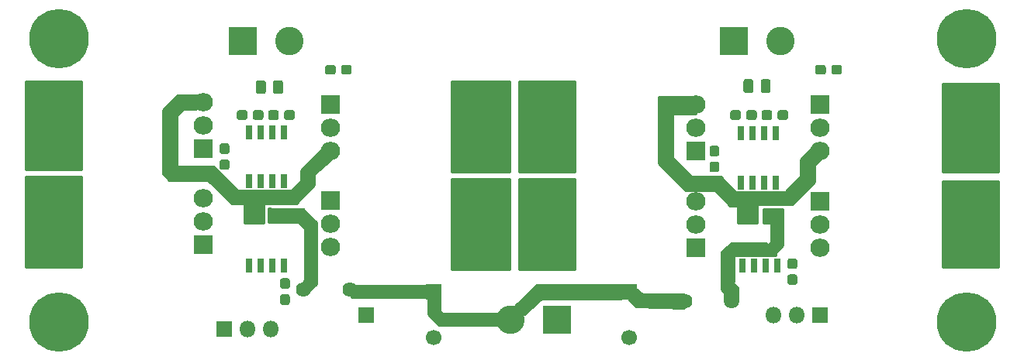
<source format=gbr>
%TF.GenerationSoftware,KiCad,Pcbnew,5.1.5+dfsg1-2build2*%
%TF.CreationDate,2021-10-16T12:52:01+01:00*%
%TF.ProjectId,motor_driver_v1,6d6f746f-725f-4647-9269-7665725f7631,rev?*%
%TF.SameCoordinates,Original*%
%TF.FileFunction,Soldermask,Top*%
%TF.FilePolarity,Negative*%
%FSLAX46Y46*%
G04 Gerber Fmt 4.6, Leading zero omitted, Abs format (unit mm)*
G04 Created by KiCad (PCBNEW 5.1.5+dfsg1-2build2) date 2021-10-16 12:52:01*
%MOMM*%
%LPD*%
G04 APERTURE LIST*
%ADD10O,2.100000X2.005000*%
%ADD11R,2.100000X2.005000*%
%ADD12O,3.600000X3.600000*%
%ADD13C,3.600000*%
%ADD14C,0.900000*%
%ADD15C,6.500000*%
%ADD16R,0.750000X1.628000*%
%ADD17R,1.800000X1.800000*%
%ADD18C,0.100000*%
%ADD19C,1.700000*%
%ADD20R,1.700000X1.700000*%
%ADD21C,3.100000*%
%ADD22R,3.100000X3.100000*%
%ADD23O,1.800000X1.800000*%
%ADD24R,0.750000X1.600000*%
%ADD25C,1.624000*%
%ADD26C,0.254000*%
G04 APERTURE END LIST*
D10*
%TO.C,Q5*%
X64211200Y-47726600D03*
X64211200Y-50266600D03*
D11*
X64211200Y-52806600D03*
D12*
X47551200Y-50266600D03*
%TD*%
D10*
%TO.C,Q4*%
X131572000Y-42519600D03*
X131572000Y-39979600D03*
D11*
X131572000Y-37439600D03*
D13*
X148232000Y-39979600D03*
%TD*%
D14*
%TO.C,H4*%
X50211056Y-59516944D03*
X48514000Y-58814000D03*
X46816944Y-59516944D03*
X46114000Y-61214000D03*
X46816944Y-62911056D03*
X48514000Y-63614000D03*
X50211056Y-62911056D03*
X50914000Y-61214000D03*
D15*
X48514000Y-61214000D03*
%TD*%
D14*
%TO.C,H3*%
X50211056Y-28528944D03*
X48514000Y-27826000D03*
X46816944Y-28528944D03*
X46114000Y-30226000D03*
X46816944Y-31923056D03*
X48514000Y-32626000D03*
X50211056Y-31923056D03*
X50914000Y-30226000D03*
D15*
X48514000Y-30226000D03*
%TD*%
D14*
%TO.C,H2*%
X149271056Y-59516944D03*
X147574000Y-58814000D03*
X145876944Y-59516944D03*
X145174000Y-61214000D03*
X145876944Y-62911056D03*
X147574000Y-63614000D03*
X149271056Y-62911056D03*
X149974000Y-61214000D03*
D15*
X147574000Y-61214000D03*
%TD*%
D14*
%TO.C,H1*%
X149271056Y-28528944D03*
X147574000Y-27826000D03*
X145876944Y-28528944D03*
X145174000Y-30226000D03*
X145876944Y-31923056D03*
X147574000Y-32626000D03*
X149271056Y-31923056D03*
X149974000Y-30226000D03*
D15*
X147574000Y-30226000D03*
%TD*%
D16*
%TO.C,IC4*%
X126873000Y-55035000D03*
X125603000Y-55035000D03*
X124333000Y-55035000D03*
X123063000Y-55035000D03*
X123063000Y-49613000D03*
X124333000Y-49613000D03*
X125603000Y-49613000D03*
X126873000Y-49613000D03*
%TD*%
D17*
%TO.C,J6*%
X82042000Y-60452000D03*
%TD*%
D18*
%TO.C,R4*%
G36*
X120303229Y-43721264D02*
G01*
X120328711Y-43725044D01*
X120353700Y-43731303D01*
X120377954Y-43739982D01*
X120401242Y-43750996D01*
X120423337Y-43764239D01*
X120444028Y-43779585D01*
X120463116Y-43796884D01*
X120480415Y-43815972D01*
X120495761Y-43836663D01*
X120509004Y-43858758D01*
X120520018Y-43882046D01*
X120528697Y-43906300D01*
X120534956Y-43931289D01*
X120538736Y-43956771D01*
X120540000Y-43982500D01*
X120540000Y-44607500D01*
X120538736Y-44633229D01*
X120534956Y-44658711D01*
X120528697Y-44683700D01*
X120520018Y-44707954D01*
X120509004Y-44731242D01*
X120495761Y-44753337D01*
X120480415Y-44774028D01*
X120463116Y-44793116D01*
X120444028Y-44810415D01*
X120423337Y-44825761D01*
X120401242Y-44839004D01*
X120377954Y-44850018D01*
X120353700Y-44858697D01*
X120328711Y-44864956D01*
X120303229Y-44868736D01*
X120277500Y-44870000D01*
X119752500Y-44870000D01*
X119726771Y-44868736D01*
X119701289Y-44864956D01*
X119676300Y-44858697D01*
X119652046Y-44850018D01*
X119628758Y-44839004D01*
X119606663Y-44825761D01*
X119585972Y-44810415D01*
X119566884Y-44793116D01*
X119549585Y-44774028D01*
X119534239Y-44753337D01*
X119520996Y-44731242D01*
X119509982Y-44707954D01*
X119501303Y-44683700D01*
X119495044Y-44658711D01*
X119491264Y-44633229D01*
X119490000Y-44607500D01*
X119490000Y-43982500D01*
X119491264Y-43956771D01*
X119495044Y-43931289D01*
X119501303Y-43906300D01*
X119509982Y-43882046D01*
X119520996Y-43858758D01*
X119534239Y-43836663D01*
X119549585Y-43815972D01*
X119566884Y-43796884D01*
X119585972Y-43779585D01*
X119606663Y-43764239D01*
X119628758Y-43750996D01*
X119652046Y-43739982D01*
X119676300Y-43731303D01*
X119701289Y-43725044D01*
X119726771Y-43721264D01*
X119752500Y-43720000D01*
X120277500Y-43720000D01*
X120303229Y-43721264D01*
G37*
G36*
X120303229Y-41971264D02*
G01*
X120328711Y-41975044D01*
X120353700Y-41981303D01*
X120377954Y-41989982D01*
X120401242Y-42000996D01*
X120423337Y-42014239D01*
X120444028Y-42029585D01*
X120463116Y-42046884D01*
X120480415Y-42065972D01*
X120495761Y-42086663D01*
X120509004Y-42108758D01*
X120520018Y-42132046D01*
X120528697Y-42156300D01*
X120534956Y-42181289D01*
X120538736Y-42206771D01*
X120540000Y-42232500D01*
X120540000Y-42857500D01*
X120538736Y-42883229D01*
X120534956Y-42908711D01*
X120528697Y-42933700D01*
X120520018Y-42957954D01*
X120509004Y-42981242D01*
X120495761Y-43003337D01*
X120480415Y-43024028D01*
X120463116Y-43043116D01*
X120444028Y-43060415D01*
X120423337Y-43075761D01*
X120401242Y-43089004D01*
X120377954Y-43100018D01*
X120353700Y-43108697D01*
X120328711Y-43114956D01*
X120303229Y-43118736D01*
X120277500Y-43120000D01*
X119752500Y-43120000D01*
X119726771Y-43118736D01*
X119701289Y-43114956D01*
X119676300Y-43108697D01*
X119652046Y-43100018D01*
X119628758Y-43089004D01*
X119606663Y-43075761D01*
X119585972Y-43060415D01*
X119566884Y-43043116D01*
X119549585Y-43024028D01*
X119534239Y-43003337D01*
X119520996Y-42981242D01*
X119509982Y-42957954D01*
X119501303Y-42933700D01*
X119495044Y-42908711D01*
X119491264Y-42883229D01*
X119490000Y-42857500D01*
X119490000Y-42232500D01*
X119491264Y-42206771D01*
X119495044Y-42181289D01*
X119501303Y-42156300D01*
X119509982Y-42132046D01*
X119520996Y-42108758D01*
X119534239Y-42086663D01*
X119549585Y-42065972D01*
X119566884Y-42046884D01*
X119585972Y-42029585D01*
X119606663Y-42014239D01*
X119628758Y-42000996D01*
X119652046Y-41989982D01*
X119676300Y-41981303D01*
X119701289Y-41975044D01*
X119726771Y-41971264D01*
X119752500Y-41970000D01*
X120277500Y-41970000D01*
X120303229Y-41971264D01*
G37*
%TD*%
%TO.C,R3*%
G36*
X80193229Y-33131264D02*
G01*
X80218711Y-33135044D01*
X80243700Y-33141303D01*
X80267954Y-33149982D01*
X80291242Y-33160996D01*
X80313337Y-33174239D01*
X80334028Y-33189585D01*
X80353116Y-33206884D01*
X80370415Y-33225972D01*
X80385761Y-33246663D01*
X80399004Y-33268758D01*
X80410018Y-33292046D01*
X80418697Y-33316300D01*
X80424956Y-33341289D01*
X80428736Y-33366771D01*
X80430000Y-33392500D01*
X80430000Y-33917500D01*
X80428736Y-33943229D01*
X80424956Y-33968711D01*
X80418697Y-33993700D01*
X80410018Y-34017954D01*
X80399004Y-34041242D01*
X80385761Y-34063337D01*
X80370415Y-34084028D01*
X80353116Y-34103116D01*
X80334028Y-34120415D01*
X80313337Y-34135761D01*
X80291242Y-34149004D01*
X80267954Y-34160018D01*
X80243700Y-34168697D01*
X80218711Y-34174956D01*
X80193229Y-34178736D01*
X80167500Y-34180000D01*
X79542500Y-34180000D01*
X79516771Y-34178736D01*
X79491289Y-34174956D01*
X79466300Y-34168697D01*
X79442046Y-34160018D01*
X79418758Y-34149004D01*
X79396663Y-34135761D01*
X79375972Y-34120415D01*
X79356884Y-34103116D01*
X79339585Y-34084028D01*
X79324239Y-34063337D01*
X79310996Y-34041242D01*
X79299982Y-34017954D01*
X79291303Y-33993700D01*
X79285044Y-33968711D01*
X79281264Y-33943229D01*
X79280000Y-33917500D01*
X79280000Y-33392500D01*
X79281264Y-33366771D01*
X79285044Y-33341289D01*
X79291303Y-33316300D01*
X79299982Y-33292046D01*
X79310996Y-33268758D01*
X79324239Y-33246663D01*
X79339585Y-33225972D01*
X79356884Y-33206884D01*
X79375972Y-33189585D01*
X79396663Y-33174239D01*
X79418758Y-33160996D01*
X79442046Y-33149982D01*
X79466300Y-33141303D01*
X79491289Y-33135044D01*
X79516771Y-33131264D01*
X79542500Y-33130000D01*
X80167500Y-33130000D01*
X80193229Y-33131264D01*
G37*
G36*
X78443229Y-33131264D02*
G01*
X78468711Y-33135044D01*
X78493700Y-33141303D01*
X78517954Y-33149982D01*
X78541242Y-33160996D01*
X78563337Y-33174239D01*
X78584028Y-33189585D01*
X78603116Y-33206884D01*
X78620415Y-33225972D01*
X78635761Y-33246663D01*
X78649004Y-33268758D01*
X78660018Y-33292046D01*
X78668697Y-33316300D01*
X78674956Y-33341289D01*
X78678736Y-33366771D01*
X78680000Y-33392500D01*
X78680000Y-33917500D01*
X78678736Y-33943229D01*
X78674956Y-33968711D01*
X78668697Y-33993700D01*
X78660018Y-34017954D01*
X78649004Y-34041242D01*
X78635761Y-34063337D01*
X78620415Y-34084028D01*
X78603116Y-34103116D01*
X78584028Y-34120415D01*
X78563337Y-34135761D01*
X78541242Y-34149004D01*
X78517954Y-34160018D01*
X78493700Y-34168697D01*
X78468711Y-34174956D01*
X78443229Y-34178736D01*
X78417500Y-34180000D01*
X77792500Y-34180000D01*
X77766771Y-34178736D01*
X77741289Y-34174956D01*
X77716300Y-34168697D01*
X77692046Y-34160018D01*
X77668758Y-34149004D01*
X77646663Y-34135761D01*
X77625972Y-34120415D01*
X77606884Y-34103116D01*
X77589585Y-34084028D01*
X77574239Y-34063337D01*
X77560996Y-34041242D01*
X77549982Y-34017954D01*
X77541303Y-33993700D01*
X77535044Y-33968711D01*
X77531264Y-33943229D01*
X77530000Y-33917500D01*
X77530000Y-33392500D01*
X77531264Y-33366771D01*
X77535044Y-33341289D01*
X77541303Y-33316300D01*
X77549982Y-33292046D01*
X77560996Y-33268758D01*
X77574239Y-33246663D01*
X77589585Y-33225972D01*
X77606884Y-33206884D01*
X77625972Y-33189585D01*
X77646663Y-33174239D01*
X77668758Y-33160996D01*
X77692046Y-33149982D01*
X77716300Y-33141303D01*
X77741289Y-33135044D01*
X77766771Y-33131264D01*
X77792500Y-33130000D01*
X78417500Y-33130000D01*
X78443229Y-33131264D01*
G37*
%TD*%
%TO.C,R2*%
G36*
X66836229Y-43467264D02*
G01*
X66861711Y-43471044D01*
X66886700Y-43477303D01*
X66910954Y-43485982D01*
X66934242Y-43496996D01*
X66956337Y-43510239D01*
X66977028Y-43525585D01*
X66996116Y-43542884D01*
X67013415Y-43561972D01*
X67028761Y-43582663D01*
X67042004Y-43604758D01*
X67053018Y-43628046D01*
X67061697Y-43652300D01*
X67067956Y-43677289D01*
X67071736Y-43702771D01*
X67073000Y-43728500D01*
X67073000Y-44353500D01*
X67071736Y-44379229D01*
X67067956Y-44404711D01*
X67061697Y-44429700D01*
X67053018Y-44453954D01*
X67042004Y-44477242D01*
X67028761Y-44499337D01*
X67013415Y-44520028D01*
X66996116Y-44539116D01*
X66977028Y-44556415D01*
X66956337Y-44571761D01*
X66934242Y-44585004D01*
X66910954Y-44596018D01*
X66886700Y-44604697D01*
X66861711Y-44610956D01*
X66836229Y-44614736D01*
X66810500Y-44616000D01*
X66285500Y-44616000D01*
X66259771Y-44614736D01*
X66234289Y-44610956D01*
X66209300Y-44604697D01*
X66185046Y-44596018D01*
X66161758Y-44585004D01*
X66139663Y-44571761D01*
X66118972Y-44556415D01*
X66099884Y-44539116D01*
X66082585Y-44520028D01*
X66067239Y-44499337D01*
X66053996Y-44477242D01*
X66042982Y-44453954D01*
X66034303Y-44429700D01*
X66028044Y-44404711D01*
X66024264Y-44379229D01*
X66023000Y-44353500D01*
X66023000Y-43728500D01*
X66024264Y-43702771D01*
X66028044Y-43677289D01*
X66034303Y-43652300D01*
X66042982Y-43628046D01*
X66053996Y-43604758D01*
X66067239Y-43582663D01*
X66082585Y-43561972D01*
X66099884Y-43542884D01*
X66118972Y-43525585D01*
X66139663Y-43510239D01*
X66161758Y-43496996D01*
X66185046Y-43485982D01*
X66209300Y-43477303D01*
X66234289Y-43471044D01*
X66259771Y-43467264D01*
X66285500Y-43466000D01*
X66810500Y-43466000D01*
X66836229Y-43467264D01*
G37*
G36*
X66836229Y-41717264D02*
G01*
X66861711Y-41721044D01*
X66886700Y-41727303D01*
X66910954Y-41735982D01*
X66934242Y-41746996D01*
X66956337Y-41760239D01*
X66977028Y-41775585D01*
X66996116Y-41792884D01*
X67013415Y-41811972D01*
X67028761Y-41832663D01*
X67042004Y-41854758D01*
X67053018Y-41878046D01*
X67061697Y-41902300D01*
X67067956Y-41927289D01*
X67071736Y-41952771D01*
X67073000Y-41978500D01*
X67073000Y-42603500D01*
X67071736Y-42629229D01*
X67067956Y-42654711D01*
X67061697Y-42679700D01*
X67053018Y-42703954D01*
X67042004Y-42727242D01*
X67028761Y-42749337D01*
X67013415Y-42770028D01*
X66996116Y-42789116D01*
X66977028Y-42806415D01*
X66956337Y-42821761D01*
X66934242Y-42835004D01*
X66910954Y-42846018D01*
X66886700Y-42854697D01*
X66861711Y-42860956D01*
X66836229Y-42864736D01*
X66810500Y-42866000D01*
X66285500Y-42866000D01*
X66259771Y-42864736D01*
X66234289Y-42860956D01*
X66209300Y-42854697D01*
X66185046Y-42846018D01*
X66161758Y-42835004D01*
X66139663Y-42821761D01*
X66118972Y-42806415D01*
X66099884Y-42789116D01*
X66082585Y-42770028D01*
X66067239Y-42749337D01*
X66053996Y-42727242D01*
X66042982Y-42703954D01*
X66034303Y-42679700D01*
X66028044Y-42654711D01*
X66024264Y-42629229D01*
X66023000Y-42603500D01*
X66023000Y-41978500D01*
X66024264Y-41952771D01*
X66028044Y-41927289D01*
X66034303Y-41902300D01*
X66042982Y-41878046D01*
X66053996Y-41854758D01*
X66067239Y-41832663D01*
X66082585Y-41811972D01*
X66099884Y-41792884D01*
X66118972Y-41775585D01*
X66139663Y-41760239D01*
X66161758Y-41746996D01*
X66185046Y-41735982D01*
X66209300Y-41727303D01*
X66234289Y-41721044D01*
X66259771Y-41717264D01*
X66285500Y-41716000D01*
X66810500Y-41716000D01*
X66836229Y-41717264D01*
G37*
%TD*%
%TO.C,R1*%
G36*
X133688229Y-33131264D02*
G01*
X133713711Y-33135044D01*
X133738700Y-33141303D01*
X133762954Y-33149982D01*
X133786242Y-33160996D01*
X133808337Y-33174239D01*
X133829028Y-33189585D01*
X133848116Y-33206884D01*
X133865415Y-33225972D01*
X133880761Y-33246663D01*
X133894004Y-33268758D01*
X133905018Y-33292046D01*
X133913697Y-33316300D01*
X133919956Y-33341289D01*
X133923736Y-33366771D01*
X133925000Y-33392500D01*
X133925000Y-33917500D01*
X133923736Y-33943229D01*
X133919956Y-33968711D01*
X133913697Y-33993700D01*
X133905018Y-34017954D01*
X133894004Y-34041242D01*
X133880761Y-34063337D01*
X133865415Y-34084028D01*
X133848116Y-34103116D01*
X133829028Y-34120415D01*
X133808337Y-34135761D01*
X133786242Y-34149004D01*
X133762954Y-34160018D01*
X133738700Y-34168697D01*
X133713711Y-34174956D01*
X133688229Y-34178736D01*
X133662500Y-34180000D01*
X133037500Y-34180000D01*
X133011771Y-34178736D01*
X132986289Y-34174956D01*
X132961300Y-34168697D01*
X132937046Y-34160018D01*
X132913758Y-34149004D01*
X132891663Y-34135761D01*
X132870972Y-34120415D01*
X132851884Y-34103116D01*
X132834585Y-34084028D01*
X132819239Y-34063337D01*
X132805996Y-34041242D01*
X132794982Y-34017954D01*
X132786303Y-33993700D01*
X132780044Y-33968711D01*
X132776264Y-33943229D01*
X132775000Y-33917500D01*
X132775000Y-33392500D01*
X132776264Y-33366771D01*
X132780044Y-33341289D01*
X132786303Y-33316300D01*
X132794982Y-33292046D01*
X132805996Y-33268758D01*
X132819239Y-33246663D01*
X132834585Y-33225972D01*
X132851884Y-33206884D01*
X132870972Y-33189585D01*
X132891663Y-33174239D01*
X132913758Y-33160996D01*
X132937046Y-33149982D01*
X132961300Y-33141303D01*
X132986289Y-33135044D01*
X133011771Y-33131264D01*
X133037500Y-33130000D01*
X133662500Y-33130000D01*
X133688229Y-33131264D01*
G37*
G36*
X131938229Y-33131264D02*
G01*
X131963711Y-33135044D01*
X131988700Y-33141303D01*
X132012954Y-33149982D01*
X132036242Y-33160996D01*
X132058337Y-33174239D01*
X132079028Y-33189585D01*
X132098116Y-33206884D01*
X132115415Y-33225972D01*
X132130761Y-33246663D01*
X132144004Y-33268758D01*
X132155018Y-33292046D01*
X132163697Y-33316300D01*
X132169956Y-33341289D01*
X132173736Y-33366771D01*
X132175000Y-33392500D01*
X132175000Y-33917500D01*
X132173736Y-33943229D01*
X132169956Y-33968711D01*
X132163697Y-33993700D01*
X132155018Y-34017954D01*
X132144004Y-34041242D01*
X132130761Y-34063337D01*
X132115415Y-34084028D01*
X132098116Y-34103116D01*
X132079028Y-34120415D01*
X132058337Y-34135761D01*
X132036242Y-34149004D01*
X132012954Y-34160018D01*
X131988700Y-34168697D01*
X131963711Y-34174956D01*
X131938229Y-34178736D01*
X131912500Y-34180000D01*
X131287500Y-34180000D01*
X131261771Y-34178736D01*
X131236289Y-34174956D01*
X131211300Y-34168697D01*
X131187046Y-34160018D01*
X131163758Y-34149004D01*
X131141663Y-34135761D01*
X131120972Y-34120415D01*
X131101884Y-34103116D01*
X131084585Y-34084028D01*
X131069239Y-34063337D01*
X131055996Y-34041242D01*
X131044982Y-34017954D01*
X131036303Y-33993700D01*
X131030044Y-33968711D01*
X131026264Y-33943229D01*
X131025000Y-33917500D01*
X131025000Y-33392500D01*
X131026264Y-33366771D01*
X131030044Y-33341289D01*
X131036303Y-33316300D01*
X131044982Y-33292046D01*
X131055996Y-33268758D01*
X131069239Y-33246663D01*
X131084585Y-33225972D01*
X131101884Y-33206884D01*
X131120972Y-33189585D01*
X131141663Y-33174239D01*
X131163758Y-33160996D01*
X131187046Y-33149982D01*
X131211300Y-33141303D01*
X131236289Y-33135044D01*
X131261771Y-33131264D01*
X131287500Y-33130000D01*
X131912500Y-33130000D01*
X131938229Y-33131264D01*
G37*
%TD*%
D19*
%TO.C,C5*%
X110744000Y-62912000D03*
D20*
X110744000Y-57912000D03*
%TD*%
D19*
%TO.C,C10*%
X89408000Y-62912000D03*
D20*
X89408000Y-57912000D03*
%TD*%
D10*
%TO.C,Q8*%
X131549000Y-53086000D03*
X131549000Y-50546000D03*
D11*
X131549000Y-48006000D03*
D12*
X148209000Y-50546000D03*
%TD*%
D10*
%TO.C,Q7*%
X118006000Y-48006000D03*
X118006000Y-50546000D03*
D11*
X118006000Y-53086000D03*
D12*
X101346000Y-50546000D03*
%TD*%
D10*
%TO.C,Q6*%
X78079600Y-53035200D03*
X78079600Y-50495200D03*
D11*
X78079600Y-47955200D03*
D12*
X94739600Y-50495200D03*
%TD*%
D10*
%TO.C,Q3*%
X118006000Y-37439600D03*
X118006000Y-39979600D03*
D11*
X118006000Y-42519600D03*
D12*
X101346000Y-39979600D03*
%TD*%
D10*
%TO.C,Q2*%
X78130400Y-42519600D03*
X78130400Y-39979600D03*
D11*
X78130400Y-37439600D03*
D12*
X94790400Y-39979600D03*
%TD*%
D10*
%TO.C,Q1*%
X64208800Y-37211000D03*
X64208800Y-39751000D03*
D11*
X64208800Y-42291000D03*
D12*
X47548800Y-39751000D03*
%TD*%
D21*
%TO.C,J5*%
X97790000Y-60960000D03*
D22*
X102870000Y-60960000D03*
%TD*%
D23*
%TO.C,J4*%
X126492000Y-60452000D03*
X129032000Y-60452000D03*
D17*
X131572000Y-60452000D03*
%TD*%
D21*
%TO.C,J3*%
X127254000Y-30480000D03*
D22*
X122174000Y-30480000D03*
%TD*%
D23*
%TO.C,J2*%
X71628000Y-61976000D03*
X69088000Y-61976000D03*
D17*
X66548000Y-61976000D03*
%TD*%
D21*
%TO.C,J1*%
X73660000Y-30480000D03*
D22*
X68580000Y-30480000D03*
%TD*%
D24*
%TO.C,IC3*%
X122936000Y-40607000D03*
X124206000Y-40607000D03*
X125476000Y-40607000D03*
X126746000Y-40607000D03*
X126746000Y-46007000D03*
X125476000Y-46007000D03*
X124206000Y-46007000D03*
X122936000Y-46007000D03*
%TD*%
D16*
%TO.C,IC2*%
X73025000Y-55035000D03*
X71755000Y-55035000D03*
X70485000Y-55035000D03*
X69215000Y-55035000D03*
X69215000Y-49613000D03*
X70485000Y-49613000D03*
X71755000Y-49613000D03*
X73025000Y-49613000D03*
%TD*%
D24*
%TO.C,IC1*%
X69215000Y-40480000D03*
X70485000Y-40480000D03*
X71755000Y-40480000D03*
X73025000Y-40480000D03*
X73025000Y-45880000D03*
X71755000Y-45880000D03*
X70485000Y-45880000D03*
X69215000Y-45880000D03*
%TD*%
D25*
%TO.C,F2*%
X121920000Y-58928000D03*
X116820000Y-58928000D03*
%TD*%
%TO.C,F1*%
X75164000Y-57658000D03*
X80264000Y-57658000D03*
%TD*%
D18*
%TO.C,C9*%
G36*
X128812229Y-56040264D02*
G01*
X128837711Y-56044044D01*
X128862700Y-56050303D01*
X128886954Y-56058982D01*
X128910242Y-56069996D01*
X128932337Y-56083239D01*
X128953028Y-56098585D01*
X128972116Y-56115884D01*
X128989415Y-56134972D01*
X129004761Y-56155663D01*
X129018004Y-56177758D01*
X129029018Y-56201046D01*
X129037697Y-56225300D01*
X129043956Y-56250289D01*
X129047736Y-56275771D01*
X129049000Y-56301500D01*
X129049000Y-56926500D01*
X129047736Y-56952229D01*
X129043956Y-56977711D01*
X129037697Y-57002700D01*
X129029018Y-57026954D01*
X129018004Y-57050242D01*
X129004761Y-57072337D01*
X128989415Y-57093028D01*
X128972116Y-57112116D01*
X128953028Y-57129415D01*
X128932337Y-57144761D01*
X128910242Y-57158004D01*
X128886954Y-57169018D01*
X128862700Y-57177697D01*
X128837711Y-57183956D01*
X128812229Y-57187736D01*
X128786500Y-57189000D01*
X128261500Y-57189000D01*
X128235771Y-57187736D01*
X128210289Y-57183956D01*
X128185300Y-57177697D01*
X128161046Y-57169018D01*
X128137758Y-57158004D01*
X128115663Y-57144761D01*
X128094972Y-57129415D01*
X128075884Y-57112116D01*
X128058585Y-57093028D01*
X128043239Y-57072337D01*
X128029996Y-57050242D01*
X128018982Y-57026954D01*
X128010303Y-57002700D01*
X128004044Y-56977711D01*
X128000264Y-56952229D01*
X127999000Y-56926500D01*
X127999000Y-56301500D01*
X128000264Y-56275771D01*
X128004044Y-56250289D01*
X128010303Y-56225300D01*
X128018982Y-56201046D01*
X128029996Y-56177758D01*
X128043239Y-56155663D01*
X128058585Y-56134972D01*
X128075884Y-56115884D01*
X128094972Y-56098585D01*
X128115663Y-56083239D01*
X128137758Y-56069996D01*
X128161046Y-56058982D01*
X128185300Y-56050303D01*
X128210289Y-56044044D01*
X128235771Y-56040264D01*
X128261500Y-56039000D01*
X128786500Y-56039000D01*
X128812229Y-56040264D01*
G37*
G36*
X128812229Y-54290264D02*
G01*
X128837711Y-54294044D01*
X128862700Y-54300303D01*
X128886954Y-54308982D01*
X128910242Y-54319996D01*
X128932337Y-54333239D01*
X128953028Y-54348585D01*
X128972116Y-54365884D01*
X128989415Y-54384972D01*
X129004761Y-54405663D01*
X129018004Y-54427758D01*
X129029018Y-54451046D01*
X129037697Y-54475300D01*
X129043956Y-54500289D01*
X129047736Y-54525771D01*
X129049000Y-54551500D01*
X129049000Y-55176500D01*
X129047736Y-55202229D01*
X129043956Y-55227711D01*
X129037697Y-55252700D01*
X129029018Y-55276954D01*
X129018004Y-55300242D01*
X129004761Y-55322337D01*
X128989415Y-55343028D01*
X128972116Y-55362116D01*
X128953028Y-55379415D01*
X128932337Y-55394761D01*
X128910242Y-55408004D01*
X128886954Y-55419018D01*
X128862700Y-55427697D01*
X128837711Y-55433956D01*
X128812229Y-55437736D01*
X128786500Y-55439000D01*
X128261500Y-55439000D01*
X128235771Y-55437736D01*
X128210289Y-55433956D01*
X128185300Y-55427697D01*
X128161046Y-55419018D01*
X128137758Y-55408004D01*
X128115663Y-55394761D01*
X128094972Y-55379415D01*
X128075884Y-55362116D01*
X128058585Y-55343028D01*
X128043239Y-55322337D01*
X128029996Y-55300242D01*
X128018982Y-55276954D01*
X128010303Y-55252700D01*
X128004044Y-55227711D01*
X128000264Y-55202229D01*
X127999000Y-55176500D01*
X127999000Y-54551500D01*
X128000264Y-54525771D01*
X128004044Y-54500289D01*
X128010303Y-54475300D01*
X128018982Y-54451046D01*
X128029996Y-54427758D01*
X128043239Y-54405663D01*
X128058585Y-54384972D01*
X128075884Y-54365884D01*
X128094972Y-54348585D01*
X128115663Y-54333239D01*
X128137758Y-54319996D01*
X128161046Y-54308982D01*
X128185300Y-54300303D01*
X128210289Y-54294044D01*
X128235771Y-54290264D01*
X128261500Y-54289000D01*
X128786500Y-54289000D01*
X128812229Y-54290264D01*
G37*
%TD*%
%TO.C,C8*%
G36*
X127818229Y-38084264D02*
G01*
X127843711Y-38088044D01*
X127868700Y-38094303D01*
X127892954Y-38102982D01*
X127916242Y-38113996D01*
X127938337Y-38127239D01*
X127959028Y-38142585D01*
X127978116Y-38159884D01*
X127995415Y-38178972D01*
X128010761Y-38199663D01*
X128024004Y-38221758D01*
X128035018Y-38245046D01*
X128043697Y-38269300D01*
X128049956Y-38294289D01*
X128053736Y-38319771D01*
X128055000Y-38345500D01*
X128055000Y-38870500D01*
X128053736Y-38896229D01*
X128049956Y-38921711D01*
X128043697Y-38946700D01*
X128035018Y-38970954D01*
X128024004Y-38994242D01*
X128010761Y-39016337D01*
X127995415Y-39037028D01*
X127978116Y-39056116D01*
X127959028Y-39073415D01*
X127938337Y-39088761D01*
X127916242Y-39102004D01*
X127892954Y-39113018D01*
X127868700Y-39121697D01*
X127843711Y-39127956D01*
X127818229Y-39131736D01*
X127792500Y-39133000D01*
X127167500Y-39133000D01*
X127141771Y-39131736D01*
X127116289Y-39127956D01*
X127091300Y-39121697D01*
X127067046Y-39113018D01*
X127043758Y-39102004D01*
X127021663Y-39088761D01*
X127000972Y-39073415D01*
X126981884Y-39056116D01*
X126964585Y-39037028D01*
X126949239Y-39016337D01*
X126935996Y-38994242D01*
X126924982Y-38970954D01*
X126916303Y-38946700D01*
X126910044Y-38921711D01*
X126906264Y-38896229D01*
X126905000Y-38870500D01*
X126905000Y-38345500D01*
X126906264Y-38319771D01*
X126910044Y-38294289D01*
X126916303Y-38269300D01*
X126924982Y-38245046D01*
X126935996Y-38221758D01*
X126949239Y-38199663D01*
X126964585Y-38178972D01*
X126981884Y-38159884D01*
X127000972Y-38142585D01*
X127021663Y-38127239D01*
X127043758Y-38113996D01*
X127067046Y-38102982D01*
X127091300Y-38094303D01*
X127116289Y-38088044D01*
X127141771Y-38084264D01*
X127167500Y-38083000D01*
X127792500Y-38083000D01*
X127818229Y-38084264D01*
G37*
G36*
X126068229Y-38084264D02*
G01*
X126093711Y-38088044D01*
X126118700Y-38094303D01*
X126142954Y-38102982D01*
X126166242Y-38113996D01*
X126188337Y-38127239D01*
X126209028Y-38142585D01*
X126228116Y-38159884D01*
X126245415Y-38178972D01*
X126260761Y-38199663D01*
X126274004Y-38221758D01*
X126285018Y-38245046D01*
X126293697Y-38269300D01*
X126299956Y-38294289D01*
X126303736Y-38319771D01*
X126305000Y-38345500D01*
X126305000Y-38870500D01*
X126303736Y-38896229D01*
X126299956Y-38921711D01*
X126293697Y-38946700D01*
X126285018Y-38970954D01*
X126274004Y-38994242D01*
X126260761Y-39016337D01*
X126245415Y-39037028D01*
X126228116Y-39056116D01*
X126209028Y-39073415D01*
X126188337Y-39088761D01*
X126166242Y-39102004D01*
X126142954Y-39113018D01*
X126118700Y-39121697D01*
X126093711Y-39127956D01*
X126068229Y-39131736D01*
X126042500Y-39133000D01*
X125417500Y-39133000D01*
X125391771Y-39131736D01*
X125366289Y-39127956D01*
X125341300Y-39121697D01*
X125317046Y-39113018D01*
X125293758Y-39102004D01*
X125271663Y-39088761D01*
X125250972Y-39073415D01*
X125231884Y-39056116D01*
X125214585Y-39037028D01*
X125199239Y-39016337D01*
X125185996Y-38994242D01*
X125174982Y-38970954D01*
X125166303Y-38946700D01*
X125160044Y-38921711D01*
X125156264Y-38896229D01*
X125155000Y-38870500D01*
X125155000Y-38345500D01*
X125156264Y-38319771D01*
X125160044Y-38294289D01*
X125166303Y-38269300D01*
X125174982Y-38245046D01*
X125185996Y-38221758D01*
X125199239Y-38199663D01*
X125214585Y-38178972D01*
X125231884Y-38159884D01*
X125250972Y-38142585D01*
X125271663Y-38127239D01*
X125293758Y-38113996D01*
X125317046Y-38102982D01*
X125341300Y-38094303D01*
X125366289Y-38088044D01*
X125391771Y-38084264D01*
X125417500Y-38083000D01*
X126042500Y-38083000D01*
X126068229Y-38084264D01*
G37*
%TD*%
%TO.C,C7*%
G36*
X122653229Y-38084264D02*
G01*
X122678711Y-38088044D01*
X122703700Y-38094303D01*
X122727954Y-38102982D01*
X122751242Y-38113996D01*
X122773337Y-38127239D01*
X122794028Y-38142585D01*
X122813116Y-38159884D01*
X122830415Y-38178972D01*
X122845761Y-38199663D01*
X122859004Y-38221758D01*
X122870018Y-38245046D01*
X122878697Y-38269300D01*
X122884956Y-38294289D01*
X122888736Y-38319771D01*
X122890000Y-38345500D01*
X122890000Y-38870500D01*
X122888736Y-38896229D01*
X122884956Y-38921711D01*
X122878697Y-38946700D01*
X122870018Y-38970954D01*
X122859004Y-38994242D01*
X122845761Y-39016337D01*
X122830415Y-39037028D01*
X122813116Y-39056116D01*
X122794028Y-39073415D01*
X122773337Y-39088761D01*
X122751242Y-39102004D01*
X122727954Y-39113018D01*
X122703700Y-39121697D01*
X122678711Y-39127956D01*
X122653229Y-39131736D01*
X122627500Y-39133000D01*
X122002500Y-39133000D01*
X121976771Y-39131736D01*
X121951289Y-39127956D01*
X121926300Y-39121697D01*
X121902046Y-39113018D01*
X121878758Y-39102004D01*
X121856663Y-39088761D01*
X121835972Y-39073415D01*
X121816884Y-39056116D01*
X121799585Y-39037028D01*
X121784239Y-39016337D01*
X121770996Y-38994242D01*
X121759982Y-38970954D01*
X121751303Y-38946700D01*
X121745044Y-38921711D01*
X121741264Y-38896229D01*
X121740000Y-38870500D01*
X121740000Y-38345500D01*
X121741264Y-38319771D01*
X121745044Y-38294289D01*
X121751303Y-38269300D01*
X121759982Y-38245046D01*
X121770996Y-38221758D01*
X121784239Y-38199663D01*
X121799585Y-38178972D01*
X121816884Y-38159884D01*
X121835972Y-38142585D01*
X121856663Y-38127239D01*
X121878758Y-38113996D01*
X121902046Y-38102982D01*
X121926300Y-38094303D01*
X121951289Y-38088044D01*
X121976771Y-38084264D01*
X122002500Y-38083000D01*
X122627500Y-38083000D01*
X122653229Y-38084264D01*
G37*
G36*
X124403229Y-38084264D02*
G01*
X124428711Y-38088044D01*
X124453700Y-38094303D01*
X124477954Y-38102982D01*
X124501242Y-38113996D01*
X124523337Y-38127239D01*
X124544028Y-38142585D01*
X124563116Y-38159884D01*
X124580415Y-38178972D01*
X124595761Y-38199663D01*
X124609004Y-38221758D01*
X124620018Y-38245046D01*
X124628697Y-38269300D01*
X124634956Y-38294289D01*
X124638736Y-38319771D01*
X124640000Y-38345500D01*
X124640000Y-38870500D01*
X124638736Y-38896229D01*
X124634956Y-38921711D01*
X124628697Y-38946700D01*
X124620018Y-38970954D01*
X124609004Y-38994242D01*
X124595761Y-39016337D01*
X124580415Y-39037028D01*
X124563116Y-39056116D01*
X124544028Y-39073415D01*
X124523337Y-39088761D01*
X124501242Y-39102004D01*
X124477954Y-39113018D01*
X124453700Y-39121697D01*
X124428711Y-39127956D01*
X124403229Y-39131736D01*
X124377500Y-39133000D01*
X123752500Y-39133000D01*
X123726771Y-39131736D01*
X123701289Y-39127956D01*
X123676300Y-39121697D01*
X123652046Y-39113018D01*
X123628758Y-39102004D01*
X123606663Y-39088761D01*
X123585972Y-39073415D01*
X123566884Y-39056116D01*
X123549585Y-39037028D01*
X123534239Y-39016337D01*
X123520996Y-38994242D01*
X123509982Y-38970954D01*
X123501303Y-38946700D01*
X123495044Y-38921711D01*
X123491264Y-38896229D01*
X123490000Y-38870500D01*
X123490000Y-38345500D01*
X123491264Y-38319771D01*
X123495044Y-38294289D01*
X123501303Y-38269300D01*
X123509982Y-38245046D01*
X123520996Y-38221758D01*
X123534239Y-38199663D01*
X123549585Y-38178972D01*
X123566884Y-38159884D01*
X123585972Y-38142585D01*
X123606663Y-38127239D01*
X123628758Y-38113996D01*
X123652046Y-38102982D01*
X123676300Y-38094303D01*
X123701289Y-38088044D01*
X123726771Y-38084264D01*
X123752500Y-38083000D01*
X124377500Y-38083000D01*
X124403229Y-38084264D01*
G37*
%TD*%
%TO.C,C6*%
G36*
X73440229Y-58213264D02*
G01*
X73465711Y-58217044D01*
X73490700Y-58223303D01*
X73514954Y-58231982D01*
X73538242Y-58242996D01*
X73560337Y-58256239D01*
X73581028Y-58271585D01*
X73600116Y-58288884D01*
X73617415Y-58307972D01*
X73632761Y-58328663D01*
X73646004Y-58350758D01*
X73657018Y-58374046D01*
X73665697Y-58398300D01*
X73671956Y-58423289D01*
X73675736Y-58448771D01*
X73677000Y-58474500D01*
X73677000Y-59099500D01*
X73675736Y-59125229D01*
X73671956Y-59150711D01*
X73665697Y-59175700D01*
X73657018Y-59199954D01*
X73646004Y-59223242D01*
X73632761Y-59245337D01*
X73617415Y-59266028D01*
X73600116Y-59285116D01*
X73581028Y-59302415D01*
X73560337Y-59317761D01*
X73538242Y-59331004D01*
X73514954Y-59342018D01*
X73490700Y-59350697D01*
X73465711Y-59356956D01*
X73440229Y-59360736D01*
X73414500Y-59362000D01*
X72889500Y-59362000D01*
X72863771Y-59360736D01*
X72838289Y-59356956D01*
X72813300Y-59350697D01*
X72789046Y-59342018D01*
X72765758Y-59331004D01*
X72743663Y-59317761D01*
X72722972Y-59302415D01*
X72703884Y-59285116D01*
X72686585Y-59266028D01*
X72671239Y-59245337D01*
X72657996Y-59223242D01*
X72646982Y-59199954D01*
X72638303Y-59175700D01*
X72632044Y-59150711D01*
X72628264Y-59125229D01*
X72627000Y-59099500D01*
X72627000Y-58474500D01*
X72628264Y-58448771D01*
X72632044Y-58423289D01*
X72638303Y-58398300D01*
X72646982Y-58374046D01*
X72657996Y-58350758D01*
X72671239Y-58328663D01*
X72686585Y-58307972D01*
X72703884Y-58288884D01*
X72722972Y-58271585D01*
X72743663Y-58256239D01*
X72765758Y-58242996D01*
X72789046Y-58231982D01*
X72813300Y-58223303D01*
X72838289Y-58217044D01*
X72863771Y-58213264D01*
X72889500Y-58212000D01*
X73414500Y-58212000D01*
X73440229Y-58213264D01*
G37*
G36*
X73440229Y-56463264D02*
G01*
X73465711Y-56467044D01*
X73490700Y-56473303D01*
X73514954Y-56481982D01*
X73538242Y-56492996D01*
X73560337Y-56506239D01*
X73581028Y-56521585D01*
X73600116Y-56538884D01*
X73617415Y-56557972D01*
X73632761Y-56578663D01*
X73646004Y-56600758D01*
X73657018Y-56624046D01*
X73665697Y-56648300D01*
X73671956Y-56673289D01*
X73675736Y-56698771D01*
X73677000Y-56724500D01*
X73677000Y-57349500D01*
X73675736Y-57375229D01*
X73671956Y-57400711D01*
X73665697Y-57425700D01*
X73657018Y-57449954D01*
X73646004Y-57473242D01*
X73632761Y-57495337D01*
X73617415Y-57516028D01*
X73600116Y-57535116D01*
X73581028Y-57552415D01*
X73560337Y-57567761D01*
X73538242Y-57581004D01*
X73514954Y-57592018D01*
X73490700Y-57600697D01*
X73465711Y-57606956D01*
X73440229Y-57610736D01*
X73414500Y-57612000D01*
X72889500Y-57612000D01*
X72863771Y-57610736D01*
X72838289Y-57606956D01*
X72813300Y-57600697D01*
X72789046Y-57592018D01*
X72765758Y-57581004D01*
X72743663Y-57567761D01*
X72722972Y-57552415D01*
X72703884Y-57535116D01*
X72686585Y-57516028D01*
X72671239Y-57495337D01*
X72657996Y-57473242D01*
X72646982Y-57449954D01*
X72638303Y-57425700D01*
X72632044Y-57400711D01*
X72628264Y-57375229D01*
X72627000Y-57349500D01*
X72627000Y-56724500D01*
X72628264Y-56698771D01*
X72632044Y-56673289D01*
X72638303Y-56648300D01*
X72646982Y-56624046D01*
X72657996Y-56600758D01*
X72671239Y-56578663D01*
X72686585Y-56557972D01*
X72703884Y-56538884D01*
X72722972Y-56521585D01*
X72743663Y-56506239D01*
X72765758Y-56492996D01*
X72789046Y-56481982D01*
X72813300Y-56473303D01*
X72838289Y-56467044D01*
X72863771Y-56463264D01*
X72889500Y-56462000D01*
X73414500Y-56462000D01*
X73440229Y-56463264D01*
G37*
%TD*%
%TO.C,C4*%
G36*
X73970229Y-38084264D02*
G01*
X73995711Y-38088044D01*
X74020700Y-38094303D01*
X74044954Y-38102982D01*
X74068242Y-38113996D01*
X74090337Y-38127239D01*
X74111028Y-38142585D01*
X74130116Y-38159884D01*
X74147415Y-38178972D01*
X74162761Y-38199663D01*
X74176004Y-38221758D01*
X74187018Y-38245046D01*
X74195697Y-38269300D01*
X74201956Y-38294289D01*
X74205736Y-38319771D01*
X74207000Y-38345500D01*
X74207000Y-38870500D01*
X74205736Y-38896229D01*
X74201956Y-38921711D01*
X74195697Y-38946700D01*
X74187018Y-38970954D01*
X74176004Y-38994242D01*
X74162761Y-39016337D01*
X74147415Y-39037028D01*
X74130116Y-39056116D01*
X74111028Y-39073415D01*
X74090337Y-39088761D01*
X74068242Y-39102004D01*
X74044954Y-39113018D01*
X74020700Y-39121697D01*
X73995711Y-39127956D01*
X73970229Y-39131736D01*
X73944500Y-39133000D01*
X73319500Y-39133000D01*
X73293771Y-39131736D01*
X73268289Y-39127956D01*
X73243300Y-39121697D01*
X73219046Y-39113018D01*
X73195758Y-39102004D01*
X73173663Y-39088761D01*
X73152972Y-39073415D01*
X73133884Y-39056116D01*
X73116585Y-39037028D01*
X73101239Y-39016337D01*
X73087996Y-38994242D01*
X73076982Y-38970954D01*
X73068303Y-38946700D01*
X73062044Y-38921711D01*
X73058264Y-38896229D01*
X73057000Y-38870500D01*
X73057000Y-38345500D01*
X73058264Y-38319771D01*
X73062044Y-38294289D01*
X73068303Y-38269300D01*
X73076982Y-38245046D01*
X73087996Y-38221758D01*
X73101239Y-38199663D01*
X73116585Y-38178972D01*
X73133884Y-38159884D01*
X73152972Y-38142585D01*
X73173663Y-38127239D01*
X73195758Y-38113996D01*
X73219046Y-38102982D01*
X73243300Y-38094303D01*
X73268289Y-38088044D01*
X73293771Y-38084264D01*
X73319500Y-38083000D01*
X73944500Y-38083000D01*
X73970229Y-38084264D01*
G37*
G36*
X72220229Y-38084264D02*
G01*
X72245711Y-38088044D01*
X72270700Y-38094303D01*
X72294954Y-38102982D01*
X72318242Y-38113996D01*
X72340337Y-38127239D01*
X72361028Y-38142585D01*
X72380116Y-38159884D01*
X72397415Y-38178972D01*
X72412761Y-38199663D01*
X72426004Y-38221758D01*
X72437018Y-38245046D01*
X72445697Y-38269300D01*
X72451956Y-38294289D01*
X72455736Y-38319771D01*
X72457000Y-38345500D01*
X72457000Y-38870500D01*
X72455736Y-38896229D01*
X72451956Y-38921711D01*
X72445697Y-38946700D01*
X72437018Y-38970954D01*
X72426004Y-38994242D01*
X72412761Y-39016337D01*
X72397415Y-39037028D01*
X72380116Y-39056116D01*
X72361028Y-39073415D01*
X72340337Y-39088761D01*
X72318242Y-39102004D01*
X72294954Y-39113018D01*
X72270700Y-39121697D01*
X72245711Y-39127956D01*
X72220229Y-39131736D01*
X72194500Y-39133000D01*
X71569500Y-39133000D01*
X71543771Y-39131736D01*
X71518289Y-39127956D01*
X71493300Y-39121697D01*
X71469046Y-39113018D01*
X71445758Y-39102004D01*
X71423663Y-39088761D01*
X71402972Y-39073415D01*
X71383884Y-39056116D01*
X71366585Y-39037028D01*
X71351239Y-39016337D01*
X71337996Y-38994242D01*
X71326982Y-38970954D01*
X71318303Y-38946700D01*
X71312044Y-38921711D01*
X71308264Y-38896229D01*
X71307000Y-38870500D01*
X71307000Y-38345500D01*
X71308264Y-38319771D01*
X71312044Y-38294289D01*
X71318303Y-38269300D01*
X71326982Y-38245046D01*
X71337996Y-38221758D01*
X71351239Y-38199663D01*
X71366585Y-38178972D01*
X71383884Y-38159884D01*
X71402972Y-38142585D01*
X71423663Y-38127239D01*
X71445758Y-38113996D01*
X71469046Y-38102982D01*
X71493300Y-38094303D01*
X71518289Y-38088044D01*
X71543771Y-38084264D01*
X71569500Y-38083000D01*
X72194500Y-38083000D01*
X72220229Y-38084264D01*
G37*
%TD*%
%TO.C,C3*%
G36*
X68805229Y-38084264D02*
G01*
X68830711Y-38088044D01*
X68855700Y-38094303D01*
X68879954Y-38102982D01*
X68903242Y-38113996D01*
X68925337Y-38127239D01*
X68946028Y-38142585D01*
X68965116Y-38159884D01*
X68982415Y-38178972D01*
X68997761Y-38199663D01*
X69011004Y-38221758D01*
X69022018Y-38245046D01*
X69030697Y-38269300D01*
X69036956Y-38294289D01*
X69040736Y-38319771D01*
X69042000Y-38345500D01*
X69042000Y-38870500D01*
X69040736Y-38896229D01*
X69036956Y-38921711D01*
X69030697Y-38946700D01*
X69022018Y-38970954D01*
X69011004Y-38994242D01*
X68997761Y-39016337D01*
X68982415Y-39037028D01*
X68965116Y-39056116D01*
X68946028Y-39073415D01*
X68925337Y-39088761D01*
X68903242Y-39102004D01*
X68879954Y-39113018D01*
X68855700Y-39121697D01*
X68830711Y-39127956D01*
X68805229Y-39131736D01*
X68779500Y-39133000D01*
X68154500Y-39133000D01*
X68128771Y-39131736D01*
X68103289Y-39127956D01*
X68078300Y-39121697D01*
X68054046Y-39113018D01*
X68030758Y-39102004D01*
X68008663Y-39088761D01*
X67987972Y-39073415D01*
X67968884Y-39056116D01*
X67951585Y-39037028D01*
X67936239Y-39016337D01*
X67922996Y-38994242D01*
X67911982Y-38970954D01*
X67903303Y-38946700D01*
X67897044Y-38921711D01*
X67893264Y-38896229D01*
X67892000Y-38870500D01*
X67892000Y-38345500D01*
X67893264Y-38319771D01*
X67897044Y-38294289D01*
X67903303Y-38269300D01*
X67911982Y-38245046D01*
X67922996Y-38221758D01*
X67936239Y-38199663D01*
X67951585Y-38178972D01*
X67968884Y-38159884D01*
X67987972Y-38142585D01*
X68008663Y-38127239D01*
X68030758Y-38113996D01*
X68054046Y-38102982D01*
X68078300Y-38094303D01*
X68103289Y-38088044D01*
X68128771Y-38084264D01*
X68154500Y-38083000D01*
X68779500Y-38083000D01*
X68805229Y-38084264D01*
G37*
G36*
X70555229Y-38084264D02*
G01*
X70580711Y-38088044D01*
X70605700Y-38094303D01*
X70629954Y-38102982D01*
X70653242Y-38113996D01*
X70675337Y-38127239D01*
X70696028Y-38142585D01*
X70715116Y-38159884D01*
X70732415Y-38178972D01*
X70747761Y-38199663D01*
X70761004Y-38221758D01*
X70772018Y-38245046D01*
X70780697Y-38269300D01*
X70786956Y-38294289D01*
X70790736Y-38319771D01*
X70792000Y-38345500D01*
X70792000Y-38870500D01*
X70790736Y-38896229D01*
X70786956Y-38921711D01*
X70780697Y-38946700D01*
X70772018Y-38970954D01*
X70761004Y-38994242D01*
X70747761Y-39016337D01*
X70732415Y-39037028D01*
X70715116Y-39056116D01*
X70696028Y-39073415D01*
X70675337Y-39088761D01*
X70653242Y-39102004D01*
X70629954Y-39113018D01*
X70605700Y-39121697D01*
X70580711Y-39127956D01*
X70555229Y-39131736D01*
X70529500Y-39133000D01*
X69904500Y-39133000D01*
X69878771Y-39131736D01*
X69853289Y-39127956D01*
X69828300Y-39121697D01*
X69804046Y-39113018D01*
X69780758Y-39102004D01*
X69758663Y-39088761D01*
X69737972Y-39073415D01*
X69718884Y-39056116D01*
X69701585Y-39037028D01*
X69686239Y-39016337D01*
X69672996Y-38994242D01*
X69661982Y-38970954D01*
X69653303Y-38946700D01*
X69647044Y-38921711D01*
X69643264Y-38896229D01*
X69642000Y-38870500D01*
X69642000Y-38345500D01*
X69643264Y-38319771D01*
X69647044Y-38294289D01*
X69653303Y-38269300D01*
X69661982Y-38245046D01*
X69672996Y-38221758D01*
X69686239Y-38199663D01*
X69701585Y-38178972D01*
X69718884Y-38159884D01*
X69737972Y-38142585D01*
X69758663Y-38127239D01*
X69780758Y-38113996D01*
X69804046Y-38102982D01*
X69828300Y-38094303D01*
X69853289Y-38088044D01*
X69878771Y-38084264D01*
X69904500Y-38083000D01*
X70529500Y-38083000D01*
X70555229Y-38084264D01*
G37*
%TD*%
%TO.C,C2*%
G36*
X124023092Y-34684294D02*
G01*
X124049181Y-34688164D01*
X124074764Y-34694572D01*
X124099596Y-34703457D01*
X124123438Y-34714734D01*
X124146060Y-34728293D01*
X124167243Y-34744003D01*
X124186785Y-34761715D01*
X124204497Y-34781257D01*
X124220207Y-34802440D01*
X124233766Y-34825062D01*
X124245043Y-34848904D01*
X124253928Y-34873736D01*
X124260336Y-34899319D01*
X124264206Y-34925408D01*
X124265500Y-34951750D01*
X124265500Y-35914250D01*
X124264206Y-35940592D01*
X124260336Y-35966681D01*
X124253928Y-35992264D01*
X124245043Y-36017096D01*
X124233766Y-36040938D01*
X124220207Y-36063560D01*
X124204497Y-36084743D01*
X124186785Y-36104285D01*
X124167243Y-36121997D01*
X124146060Y-36137707D01*
X124123438Y-36151266D01*
X124099596Y-36162543D01*
X124074764Y-36171428D01*
X124049181Y-36177836D01*
X124023092Y-36181706D01*
X123996750Y-36183000D01*
X123459250Y-36183000D01*
X123432908Y-36181706D01*
X123406819Y-36177836D01*
X123381236Y-36171428D01*
X123356404Y-36162543D01*
X123332562Y-36151266D01*
X123309940Y-36137707D01*
X123288757Y-36121997D01*
X123269215Y-36104285D01*
X123251503Y-36084743D01*
X123235793Y-36063560D01*
X123222234Y-36040938D01*
X123210957Y-36017096D01*
X123202072Y-35992264D01*
X123195664Y-35966681D01*
X123191794Y-35940592D01*
X123190500Y-35914250D01*
X123190500Y-34951750D01*
X123191794Y-34925408D01*
X123195664Y-34899319D01*
X123202072Y-34873736D01*
X123210957Y-34848904D01*
X123222234Y-34825062D01*
X123235793Y-34802440D01*
X123251503Y-34781257D01*
X123269215Y-34761715D01*
X123288757Y-34744003D01*
X123309940Y-34728293D01*
X123332562Y-34714734D01*
X123356404Y-34703457D01*
X123381236Y-34694572D01*
X123406819Y-34688164D01*
X123432908Y-34684294D01*
X123459250Y-34683000D01*
X123996750Y-34683000D01*
X124023092Y-34684294D01*
G37*
G36*
X125898092Y-34684294D02*
G01*
X125924181Y-34688164D01*
X125949764Y-34694572D01*
X125974596Y-34703457D01*
X125998438Y-34714734D01*
X126021060Y-34728293D01*
X126042243Y-34744003D01*
X126061785Y-34761715D01*
X126079497Y-34781257D01*
X126095207Y-34802440D01*
X126108766Y-34825062D01*
X126120043Y-34848904D01*
X126128928Y-34873736D01*
X126135336Y-34899319D01*
X126139206Y-34925408D01*
X126140500Y-34951750D01*
X126140500Y-35914250D01*
X126139206Y-35940592D01*
X126135336Y-35966681D01*
X126128928Y-35992264D01*
X126120043Y-36017096D01*
X126108766Y-36040938D01*
X126095207Y-36063560D01*
X126079497Y-36084743D01*
X126061785Y-36104285D01*
X126042243Y-36121997D01*
X126021060Y-36137707D01*
X125998438Y-36151266D01*
X125974596Y-36162543D01*
X125949764Y-36171428D01*
X125924181Y-36177836D01*
X125898092Y-36181706D01*
X125871750Y-36183000D01*
X125334250Y-36183000D01*
X125307908Y-36181706D01*
X125281819Y-36177836D01*
X125256236Y-36171428D01*
X125231404Y-36162543D01*
X125207562Y-36151266D01*
X125184940Y-36137707D01*
X125163757Y-36121997D01*
X125144215Y-36104285D01*
X125126503Y-36084743D01*
X125110793Y-36063560D01*
X125097234Y-36040938D01*
X125085957Y-36017096D01*
X125077072Y-35992264D01*
X125070664Y-35966681D01*
X125066794Y-35940592D01*
X125065500Y-35914250D01*
X125065500Y-34951750D01*
X125066794Y-34925408D01*
X125070664Y-34899319D01*
X125077072Y-34873736D01*
X125085957Y-34848904D01*
X125097234Y-34825062D01*
X125110793Y-34802440D01*
X125126503Y-34781257D01*
X125144215Y-34761715D01*
X125163757Y-34744003D01*
X125184940Y-34728293D01*
X125207562Y-34714734D01*
X125231404Y-34703457D01*
X125256236Y-34694572D01*
X125281819Y-34688164D01*
X125307908Y-34684294D01*
X125334250Y-34683000D01*
X125871750Y-34683000D01*
X125898092Y-34684294D01*
G37*
%TD*%
%TO.C,C1*%
G36*
X70810092Y-34811294D02*
G01*
X70836181Y-34815164D01*
X70861764Y-34821572D01*
X70886596Y-34830457D01*
X70910438Y-34841734D01*
X70933060Y-34855293D01*
X70954243Y-34871003D01*
X70973785Y-34888715D01*
X70991497Y-34908257D01*
X71007207Y-34929440D01*
X71020766Y-34952062D01*
X71032043Y-34975904D01*
X71040928Y-35000736D01*
X71047336Y-35026319D01*
X71051206Y-35052408D01*
X71052500Y-35078750D01*
X71052500Y-36041250D01*
X71051206Y-36067592D01*
X71047336Y-36093681D01*
X71040928Y-36119264D01*
X71032043Y-36144096D01*
X71020766Y-36167938D01*
X71007207Y-36190560D01*
X70991497Y-36211743D01*
X70973785Y-36231285D01*
X70954243Y-36248997D01*
X70933060Y-36264707D01*
X70910438Y-36278266D01*
X70886596Y-36289543D01*
X70861764Y-36298428D01*
X70836181Y-36304836D01*
X70810092Y-36308706D01*
X70783750Y-36310000D01*
X70246250Y-36310000D01*
X70219908Y-36308706D01*
X70193819Y-36304836D01*
X70168236Y-36298428D01*
X70143404Y-36289543D01*
X70119562Y-36278266D01*
X70096940Y-36264707D01*
X70075757Y-36248997D01*
X70056215Y-36231285D01*
X70038503Y-36211743D01*
X70022793Y-36190560D01*
X70009234Y-36167938D01*
X69997957Y-36144096D01*
X69989072Y-36119264D01*
X69982664Y-36093681D01*
X69978794Y-36067592D01*
X69977500Y-36041250D01*
X69977500Y-35078750D01*
X69978794Y-35052408D01*
X69982664Y-35026319D01*
X69989072Y-35000736D01*
X69997957Y-34975904D01*
X70009234Y-34952062D01*
X70022793Y-34929440D01*
X70038503Y-34908257D01*
X70056215Y-34888715D01*
X70075757Y-34871003D01*
X70096940Y-34855293D01*
X70119562Y-34841734D01*
X70143404Y-34830457D01*
X70168236Y-34821572D01*
X70193819Y-34815164D01*
X70219908Y-34811294D01*
X70246250Y-34810000D01*
X70783750Y-34810000D01*
X70810092Y-34811294D01*
G37*
G36*
X72685092Y-34811294D02*
G01*
X72711181Y-34815164D01*
X72736764Y-34821572D01*
X72761596Y-34830457D01*
X72785438Y-34841734D01*
X72808060Y-34855293D01*
X72829243Y-34871003D01*
X72848785Y-34888715D01*
X72866497Y-34908257D01*
X72882207Y-34929440D01*
X72895766Y-34952062D01*
X72907043Y-34975904D01*
X72915928Y-35000736D01*
X72922336Y-35026319D01*
X72926206Y-35052408D01*
X72927500Y-35078750D01*
X72927500Y-36041250D01*
X72926206Y-36067592D01*
X72922336Y-36093681D01*
X72915928Y-36119264D01*
X72907043Y-36144096D01*
X72895766Y-36167938D01*
X72882207Y-36190560D01*
X72866497Y-36211743D01*
X72848785Y-36231285D01*
X72829243Y-36248997D01*
X72808060Y-36264707D01*
X72785438Y-36278266D01*
X72761596Y-36289543D01*
X72736764Y-36298428D01*
X72711181Y-36304836D01*
X72685092Y-36308706D01*
X72658750Y-36310000D01*
X72121250Y-36310000D01*
X72094908Y-36308706D01*
X72068819Y-36304836D01*
X72043236Y-36298428D01*
X72018404Y-36289543D01*
X71994562Y-36278266D01*
X71971940Y-36264707D01*
X71950757Y-36248997D01*
X71931215Y-36231285D01*
X71913503Y-36211743D01*
X71897793Y-36190560D01*
X71884234Y-36167938D01*
X71872957Y-36144096D01*
X71864072Y-36119264D01*
X71857664Y-36093681D01*
X71853794Y-36067592D01*
X71852500Y-36041250D01*
X71852500Y-35078750D01*
X71853794Y-35052408D01*
X71857664Y-35026319D01*
X71864072Y-35000736D01*
X71872957Y-34975904D01*
X71884234Y-34952062D01*
X71897793Y-34929440D01*
X71913503Y-34908257D01*
X71931215Y-34888715D01*
X71950757Y-34871003D01*
X71971940Y-34855293D01*
X71994562Y-34841734D01*
X72018404Y-34830457D01*
X72043236Y-34821572D01*
X72068819Y-34815164D01*
X72094908Y-34811294D01*
X72121250Y-34810000D01*
X72658750Y-34810000D01*
X72685092Y-34811294D01*
G37*
%TD*%
D26*
G36*
X97663000Y-44831000D02*
G01*
X91313000Y-44831000D01*
X91313000Y-34925000D01*
X97663000Y-34925000D01*
X97663000Y-44831000D01*
G37*
X97663000Y-44831000D02*
X91313000Y-44831000D01*
X91313000Y-34925000D01*
X97663000Y-34925000D01*
X97663000Y-44831000D01*
G36*
X104775000Y-44831000D02*
G01*
X98679000Y-44831000D01*
X98679000Y-34925000D01*
X104775000Y-34925000D01*
X104775000Y-44831000D01*
G37*
X104775000Y-44831000D02*
X98679000Y-44831000D01*
X98679000Y-34925000D01*
X104775000Y-34925000D01*
X104775000Y-44831000D01*
G36*
X104775000Y-55499000D02*
G01*
X98679000Y-55499000D01*
X98679000Y-45593000D01*
X104775000Y-45593000D01*
X104775000Y-55499000D01*
G37*
X104775000Y-55499000D02*
X98679000Y-55499000D01*
X98679000Y-45593000D01*
X104775000Y-45593000D01*
X104775000Y-55499000D01*
G36*
X97663000Y-55499000D02*
G01*
X91313000Y-55499000D01*
X91313000Y-45593000D01*
X97663000Y-45593000D01*
X97663000Y-55499000D01*
G37*
X97663000Y-55499000D02*
X91313000Y-55499000D01*
X91313000Y-45593000D01*
X97663000Y-45593000D01*
X97663000Y-55499000D01*
G36*
X50927000Y-44577000D02*
G01*
X44831000Y-44577000D01*
X44831000Y-34925000D01*
X50927000Y-34925000D01*
X50927000Y-44577000D01*
G37*
X50927000Y-44577000D02*
X44831000Y-44577000D01*
X44831000Y-34925000D01*
X50927000Y-34925000D01*
X50927000Y-44577000D01*
G36*
X50927000Y-55245000D02*
G01*
X44831000Y-55245000D01*
X44831000Y-45339000D01*
X50927000Y-45339000D01*
X50927000Y-55245000D01*
G37*
X50927000Y-55245000D02*
X44831000Y-55245000D01*
X44831000Y-45339000D01*
X50927000Y-45339000D01*
X50927000Y-55245000D01*
G36*
X151003000Y-44831000D02*
G01*
X144907000Y-44831000D01*
X144907000Y-35179000D01*
X151003000Y-35179000D01*
X151003000Y-44831000D01*
G37*
X151003000Y-44831000D02*
X144907000Y-44831000D01*
X144907000Y-35179000D01*
X151003000Y-35179000D01*
X151003000Y-44831000D01*
G36*
X151003000Y-55245000D02*
G01*
X144907000Y-55245000D01*
X144907000Y-45847000D01*
X151003000Y-45847000D01*
X151003000Y-55245000D01*
G37*
X151003000Y-55245000D02*
X144907000Y-55245000D01*
X144907000Y-45847000D01*
X151003000Y-45847000D01*
X151003000Y-55245000D01*
G36*
X90043000Y-59944000D02*
G01*
X90045440Y-59968776D01*
X90052667Y-59992601D01*
X90064403Y-60014557D01*
X90080197Y-60033803D01*
X90334197Y-60287803D01*
X90353443Y-60303597D01*
X90375399Y-60315333D01*
X90399224Y-60322560D01*
X90424000Y-60325000D01*
X96393000Y-60325000D01*
X96393000Y-61595000D01*
X89968606Y-61595000D01*
X88773000Y-60399394D01*
X88773000Y-58674000D01*
X88770560Y-58649224D01*
X88763333Y-58625399D01*
X88751597Y-58603443D01*
X88735803Y-58584197D01*
X88716557Y-58568403D01*
X88694601Y-58556667D01*
X88670776Y-58549440D01*
X88646000Y-58547000D01*
X80391000Y-58547000D01*
X80391000Y-57277000D01*
X90043000Y-57277000D01*
X90043000Y-59944000D01*
G37*
X90043000Y-59944000D02*
X90045440Y-59968776D01*
X90052667Y-59992601D01*
X90064403Y-60014557D01*
X90080197Y-60033803D01*
X90334197Y-60287803D01*
X90353443Y-60303597D01*
X90375399Y-60315333D01*
X90399224Y-60322560D01*
X90424000Y-60325000D01*
X96393000Y-60325000D01*
X96393000Y-61595000D01*
X89968606Y-61595000D01*
X88773000Y-60399394D01*
X88773000Y-58674000D01*
X88770560Y-58649224D01*
X88763333Y-58625399D01*
X88751597Y-58603443D01*
X88735803Y-58584197D01*
X88716557Y-58568403D01*
X88694601Y-58556667D01*
X88670776Y-58549440D01*
X88646000Y-58547000D01*
X80391000Y-58547000D01*
X80391000Y-57277000D01*
X90043000Y-57277000D01*
X90043000Y-59944000D01*
G36*
X76581000Y-50592981D02*
G01*
X76581000Y-57097394D01*
X75692000Y-57986394D01*
X74855606Y-57150000D01*
X75273803Y-56731803D01*
X75289597Y-56712557D01*
X75301333Y-56690601D01*
X75308560Y-56666776D01*
X75311000Y-56642000D01*
X75311000Y-51054000D01*
X75308560Y-51029224D01*
X75301333Y-51005399D01*
X75289597Y-50983443D01*
X75273803Y-50964197D01*
X74511803Y-50202197D01*
X74492557Y-50186403D01*
X74470601Y-50174667D01*
X74446776Y-50167440D01*
X74422000Y-50165000D01*
X71501000Y-50165000D01*
X71501000Y-48895000D01*
X75125587Y-48895000D01*
X76581000Y-50592981D01*
G37*
X76581000Y-50592981D02*
X76581000Y-57097394D01*
X75692000Y-57986394D01*
X74855606Y-57150000D01*
X75273803Y-56731803D01*
X75289597Y-56712557D01*
X75301333Y-56690601D01*
X75308560Y-56666776D01*
X75311000Y-56642000D01*
X75311000Y-51054000D01*
X75308560Y-51029224D01*
X75301333Y-51005399D01*
X75289597Y-50983443D01*
X75273803Y-50964197D01*
X74511803Y-50202197D01*
X74492557Y-50186403D01*
X74470601Y-50174667D01*
X74446776Y-50167440D01*
X74422000Y-50165000D01*
X71501000Y-50165000D01*
X71501000Y-48895000D01*
X75125587Y-48895000D01*
X76581000Y-50592981D01*
G36*
X76581000Y-50344606D02*
G01*
X76581000Y-50493394D01*
X75109606Y-49022000D01*
X75184000Y-48947606D01*
X76581000Y-50344606D01*
G37*
X76581000Y-50344606D02*
X76581000Y-50493394D01*
X75109606Y-49022000D01*
X75184000Y-48947606D01*
X76581000Y-50344606D01*
G36*
X75057000Y-50747394D02*
G01*
X74638803Y-50329197D01*
X74619557Y-50313403D01*
X74597601Y-50301667D01*
X74573776Y-50294440D01*
X74549000Y-50292000D01*
X71501000Y-50292000D01*
X71501000Y-48895000D01*
X75057000Y-48895000D01*
X75057000Y-50747394D01*
G37*
X75057000Y-50747394D02*
X74638803Y-50329197D01*
X74619557Y-50313403D01*
X74597601Y-50301667D01*
X74573776Y-50294440D01*
X74549000Y-50292000D01*
X71501000Y-50292000D01*
X71501000Y-48895000D01*
X75057000Y-48895000D01*
X75057000Y-50747394D01*
G36*
X71628000Y-50292000D02*
G01*
X71374000Y-50292000D01*
X71374000Y-48768000D01*
X71628000Y-48768000D01*
X71628000Y-50292000D01*
G37*
X71628000Y-50292000D02*
X71374000Y-50292000D01*
X71374000Y-48768000D01*
X71628000Y-48768000D01*
X71628000Y-50292000D01*
G36*
X70866000Y-50419000D02*
G01*
X68707000Y-50419000D01*
X68707000Y-47879000D01*
X70866000Y-47879000D01*
X70866000Y-50419000D01*
G37*
X70866000Y-50419000D02*
X68707000Y-50419000D01*
X68707000Y-47879000D01*
X70866000Y-47879000D01*
X70866000Y-50419000D01*
G36*
X109855000Y-58674000D02*
G01*
X101219000Y-58674000D01*
X101194224Y-58676440D01*
X101170399Y-58683667D01*
X101148443Y-58695403D01*
X101132346Y-58708156D01*
X99312440Y-60406735D01*
X98231045Y-59433480D01*
X100634708Y-57150000D01*
X109855000Y-57150000D01*
X109855000Y-58674000D01*
G37*
X109855000Y-58674000D02*
X101219000Y-58674000D01*
X101194224Y-58676440D01*
X101170399Y-58683667D01*
X101148443Y-58695403D01*
X101132346Y-58708156D01*
X99312440Y-60406735D01*
X98231045Y-59433480D01*
X100634708Y-57150000D01*
X109855000Y-57150000D01*
X109855000Y-58674000D01*
G36*
X112061664Y-58138170D02*
G01*
X112082535Y-58151743D01*
X112105654Y-58160982D01*
X112141000Y-58166000D01*
X116713000Y-58166000D01*
X116713000Y-59687012D01*
X111432823Y-59564217D01*
X110617000Y-58748394D01*
X110617000Y-58722285D01*
X111520816Y-57705492D01*
X112061664Y-58138170D01*
G37*
X112061664Y-58138170D02*
X112082535Y-58151743D01*
X112105654Y-58160982D01*
X112141000Y-58166000D01*
X116713000Y-58166000D01*
X116713000Y-59687012D01*
X111432823Y-59564217D01*
X110617000Y-58748394D01*
X110617000Y-58722285D01*
X111520816Y-57705492D01*
X112061664Y-58138170D01*
G36*
X127508000Y-52906394D02*
G01*
X126566394Y-53848000D01*
X122174000Y-53848000D01*
X122149224Y-53850440D01*
X122125399Y-53857667D01*
X122103443Y-53869403D01*
X122084197Y-53885197D01*
X122068403Y-53904443D01*
X122056667Y-53926399D01*
X122049440Y-53950224D01*
X122047000Y-53975000D01*
X122047000Y-56896000D01*
X122049440Y-56920776D01*
X122056667Y-56944601D01*
X122068403Y-56966557D01*
X122084197Y-56985803D01*
X122555000Y-57456606D01*
X122555000Y-59055000D01*
X121158000Y-59055000D01*
X121158000Y-58166000D01*
X121155560Y-58141224D01*
X121148333Y-58117399D01*
X121136597Y-58095443D01*
X121120803Y-58076197D01*
X120777000Y-57732394D01*
X120777000Y-53524031D01*
X121841285Y-52578000D01*
X125730000Y-52578000D01*
X125730000Y-52705000D01*
X125732440Y-52729776D01*
X125739667Y-52753601D01*
X125751403Y-52775557D01*
X125767197Y-52794803D01*
X125786443Y-52810597D01*
X125808399Y-52822333D01*
X125832224Y-52829560D01*
X125857000Y-52832000D01*
X125881776Y-52829560D01*
X125905601Y-52822333D01*
X125927557Y-52810597D01*
X125946803Y-52794803D01*
X126200803Y-52540803D01*
X126216597Y-52521557D01*
X126228333Y-52499601D01*
X126235560Y-52475776D01*
X126238000Y-52451000D01*
X126238000Y-50546000D01*
X126235560Y-50521224D01*
X126228333Y-50497399D01*
X126216597Y-50475443D01*
X126200803Y-50456197D01*
X126181557Y-50440403D01*
X126159601Y-50428667D01*
X126135776Y-50421440D01*
X126111000Y-50419000D01*
X125349000Y-50419000D01*
X125349000Y-48895000D01*
X127508000Y-48895000D01*
X127508000Y-52906394D01*
G37*
X127508000Y-52906394D02*
X126566394Y-53848000D01*
X122174000Y-53848000D01*
X122149224Y-53850440D01*
X122125399Y-53857667D01*
X122103443Y-53869403D01*
X122084197Y-53885197D01*
X122068403Y-53904443D01*
X122056667Y-53926399D01*
X122049440Y-53950224D01*
X122047000Y-53975000D01*
X122047000Y-56896000D01*
X122049440Y-56920776D01*
X122056667Y-56944601D01*
X122068403Y-56966557D01*
X122084197Y-56985803D01*
X122555000Y-57456606D01*
X122555000Y-59055000D01*
X121158000Y-59055000D01*
X121158000Y-58166000D01*
X121155560Y-58141224D01*
X121148333Y-58117399D01*
X121136597Y-58095443D01*
X121120803Y-58076197D01*
X120777000Y-57732394D01*
X120777000Y-53524031D01*
X121841285Y-52578000D01*
X125730000Y-52578000D01*
X125730000Y-52705000D01*
X125732440Y-52729776D01*
X125739667Y-52753601D01*
X125751403Y-52775557D01*
X125767197Y-52794803D01*
X125786443Y-52810597D01*
X125808399Y-52822333D01*
X125832224Y-52829560D01*
X125857000Y-52832000D01*
X125881776Y-52829560D01*
X125905601Y-52822333D01*
X125927557Y-52810597D01*
X125946803Y-52794803D01*
X126200803Y-52540803D01*
X126216597Y-52521557D01*
X126228333Y-52499601D01*
X126235560Y-52475776D01*
X126238000Y-52451000D01*
X126238000Y-50546000D01*
X126235560Y-50521224D01*
X126228333Y-50497399D01*
X126216597Y-50475443D01*
X126200803Y-50456197D01*
X126181557Y-50440403D01*
X126159601Y-50428667D01*
X126135776Y-50421440D01*
X126111000Y-50419000D01*
X125349000Y-50419000D01*
X125349000Y-48895000D01*
X127508000Y-48895000D01*
X127508000Y-52906394D01*
G36*
X126682500Y-53975000D02*
G01*
X122237500Y-53975000D01*
X122212724Y-53977440D01*
X122188899Y-53984667D01*
X122166943Y-53996403D01*
X122147697Y-54012197D01*
X122131903Y-54031443D01*
X122120167Y-54053399D01*
X122112940Y-54077224D01*
X122110531Y-54104822D01*
X122171146Y-56832500D01*
X121666000Y-56832500D01*
X121666000Y-53784500D01*
X126682500Y-53784500D01*
X126682500Y-53975000D01*
G37*
X126682500Y-53975000D02*
X122237500Y-53975000D01*
X122212724Y-53977440D01*
X122188899Y-53984667D01*
X122166943Y-53996403D01*
X122147697Y-54012197D01*
X122131903Y-54031443D01*
X122120167Y-54053399D01*
X122112940Y-54077224D01*
X122110531Y-54104822D01*
X122171146Y-56832500D01*
X121666000Y-56832500D01*
X121666000Y-53784500D01*
X126682500Y-53784500D01*
X126682500Y-53975000D01*
G36*
X117984854Y-38481000D02*
G01*
X115570000Y-38481000D01*
X115545224Y-38483440D01*
X115521399Y-38490667D01*
X115499443Y-38502403D01*
X115480197Y-38518197D01*
X115464403Y-38537443D01*
X115452667Y-38559399D01*
X115445440Y-38583224D01*
X115443000Y-38608000D01*
X115443000Y-43180000D01*
X115445440Y-43204776D01*
X115452667Y-43228601D01*
X115464403Y-43250557D01*
X115480197Y-43269803D01*
X117512197Y-45301803D01*
X117531443Y-45317597D01*
X117553399Y-45329333D01*
X117577224Y-45336560D01*
X117602000Y-45339000D01*
X120721395Y-45339000D01*
X122207680Y-46949142D01*
X122226278Y-46965692D01*
X122247748Y-46978296D01*
X122271265Y-46986470D01*
X122301000Y-46990000D01*
X127762000Y-46990000D01*
X127786776Y-46987560D01*
X127810601Y-46980333D01*
X127832557Y-46968597D01*
X127851803Y-46952803D01*
X129375803Y-45428803D01*
X129391597Y-45409557D01*
X129403333Y-45387601D01*
X129410560Y-45363776D01*
X129413000Y-45339000D01*
X129413000Y-43486606D01*
X130556000Y-42343606D01*
X131646394Y-43434000D01*
X130974197Y-44106197D01*
X130958403Y-44125443D01*
X130946667Y-44147399D01*
X130939440Y-44171224D01*
X130937000Y-44196000D01*
X130937000Y-45921394D01*
X128471394Y-48387000D01*
X124841000Y-48387000D01*
X124816224Y-48389440D01*
X124792399Y-48396667D01*
X124770443Y-48408403D01*
X124751197Y-48424197D01*
X124735403Y-48443443D01*
X124723667Y-48465399D01*
X124716440Y-48489224D01*
X124714000Y-48514000D01*
X124714000Y-50419000D01*
X122555000Y-50419000D01*
X122555000Y-48641000D01*
X122552560Y-48616224D01*
X122545333Y-48592399D01*
X122533597Y-48570443D01*
X122517803Y-48551197D01*
X122498557Y-48535403D01*
X122476601Y-48523667D01*
X122452776Y-48516440D01*
X122428000Y-48514000D01*
X121718606Y-48514000D01*
X120104803Y-46900197D01*
X120085557Y-46884403D01*
X120063601Y-46872667D01*
X120039776Y-46865440D01*
X120015000Y-46863000D01*
X116892606Y-46863000D01*
X113919000Y-43889394D01*
X113919000Y-36576000D01*
X118012869Y-36576000D01*
X117984854Y-38481000D01*
G37*
X117984854Y-38481000D02*
X115570000Y-38481000D01*
X115545224Y-38483440D01*
X115521399Y-38490667D01*
X115499443Y-38502403D01*
X115480197Y-38518197D01*
X115464403Y-38537443D01*
X115452667Y-38559399D01*
X115445440Y-38583224D01*
X115443000Y-38608000D01*
X115443000Y-43180000D01*
X115445440Y-43204776D01*
X115452667Y-43228601D01*
X115464403Y-43250557D01*
X115480197Y-43269803D01*
X117512197Y-45301803D01*
X117531443Y-45317597D01*
X117553399Y-45329333D01*
X117577224Y-45336560D01*
X117602000Y-45339000D01*
X120721395Y-45339000D01*
X122207680Y-46949142D01*
X122226278Y-46965692D01*
X122247748Y-46978296D01*
X122271265Y-46986470D01*
X122301000Y-46990000D01*
X127762000Y-46990000D01*
X127786776Y-46987560D01*
X127810601Y-46980333D01*
X127832557Y-46968597D01*
X127851803Y-46952803D01*
X129375803Y-45428803D01*
X129391597Y-45409557D01*
X129403333Y-45387601D01*
X129410560Y-45363776D01*
X129413000Y-45339000D01*
X129413000Y-43486606D01*
X130556000Y-42343606D01*
X131646394Y-43434000D01*
X130974197Y-44106197D01*
X130958403Y-44125443D01*
X130946667Y-44147399D01*
X130939440Y-44171224D01*
X130937000Y-44196000D01*
X130937000Y-45921394D01*
X128471394Y-48387000D01*
X124841000Y-48387000D01*
X124816224Y-48389440D01*
X124792399Y-48396667D01*
X124770443Y-48408403D01*
X124751197Y-48424197D01*
X124735403Y-48443443D01*
X124723667Y-48465399D01*
X124716440Y-48489224D01*
X124714000Y-48514000D01*
X124714000Y-50419000D01*
X122555000Y-50419000D01*
X122555000Y-48641000D01*
X122552560Y-48616224D01*
X122545333Y-48592399D01*
X122533597Y-48570443D01*
X122517803Y-48551197D01*
X122498557Y-48535403D01*
X122476601Y-48523667D01*
X122452776Y-48516440D01*
X122428000Y-48514000D01*
X121718606Y-48514000D01*
X120104803Y-46900197D01*
X120085557Y-46884403D01*
X120063601Y-46872667D01*
X120039776Y-46865440D01*
X120015000Y-46863000D01*
X116892606Y-46863000D01*
X113919000Y-43889394D01*
X113919000Y-36576000D01*
X118012869Y-36576000D01*
X117984854Y-38481000D01*
G36*
X63500000Y-37973000D02*
G01*
X62103000Y-37973000D01*
X62078224Y-37975440D01*
X62054399Y-37982667D01*
X62032443Y-37994403D01*
X62013197Y-38010197D01*
X61378197Y-38645197D01*
X61362403Y-38664443D01*
X61350667Y-38686399D01*
X61343440Y-38710224D01*
X61341000Y-38735000D01*
X61341000Y-44069000D01*
X61343440Y-44093776D01*
X61350667Y-44117601D01*
X61362403Y-44139557D01*
X61378197Y-44158803D01*
X61397443Y-44174597D01*
X61419399Y-44186333D01*
X61443224Y-44193560D01*
X61468000Y-44196000D01*
X65352394Y-44196000D01*
X67982197Y-46825803D01*
X68001443Y-46841597D01*
X68023399Y-46853333D01*
X68047224Y-46860560D01*
X68072000Y-46863000D01*
X73787000Y-46863000D01*
X73811776Y-46860560D01*
X73835601Y-46853333D01*
X73857557Y-46841597D01*
X73876803Y-46825803D01*
X74892803Y-45809803D01*
X74908597Y-45790557D01*
X74920333Y-45768601D01*
X74927560Y-45744776D01*
X74930000Y-45720000D01*
X74930000Y-44629606D01*
X77216000Y-42343606D01*
X78300208Y-43427814D01*
X76370370Y-45116423D01*
X76353331Y-45134575D01*
X76340160Y-45155702D01*
X76331364Y-45178993D01*
X76327000Y-45212000D01*
X76327000Y-46302394D01*
X74369394Y-48260000D01*
X67360800Y-48260000D01*
X64730586Y-45755034D01*
X64710962Y-45739714D01*
X64688725Y-45728517D01*
X64664732Y-45721873D01*
X64643000Y-45720000D01*
X60504606Y-45720000D01*
X59817000Y-45032394D01*
X59817000Y-38025606D01*
X61393606Y-36449000D01*
X63500000Y-36449000D01*
X63500000Y-37973000D01*
G37*
X63500000Y-37973000D02*
X62103000Y-37973000D01*
X62078224Y-37975440D01*
X62054399Y-37982667D01*
X62032443Y-37994403D01*
X62013197Y-38010197D01*
X61378197Y-38645197D01*
X61362403Y-38664443D01*
X61350667Y-38686399D01*
X61343440Y-38710224D01*
X61341000Y-38735000D01*
X61341000Y-44069000D01*
X61343440Y-44093776D01*
X61350667Y-44117601D01*
X61362403Y-44139557D01*
X61378197Y-44158803D01*
X61397443Y-44174597D01*
X61419399Y-44186333D01*
X61443224Y-44193560D01*
X61468000Y-44196000D01*
X65352394Y-44196000D01*
X67982197Y-46825803D01*
X68001443Y-46841597D01*
X68023399Y-46853333D01*
X68047224Y-46860560D01*
X68072000Y-46863000D01*
X73787000Y-46863000D01*
X73811776Y-46860560D01*
X73835601Y-46853333D01*
X73857557Y-46841597D01*
X73876803Y-46825803D01*
X74892803Y-45809803D01*
X74908597Y-45790557D01*
X74920333Y-45768601D01*
X74927560Y-45744776D01*
X74930000Y-45720000D01*
X74930000Y-44629606D01*
X77216000Y-42343606D01*
X78300208Y-43427814D01*
X76370370Y-45116423D01*
X76353331Y-45134575D01*
X76340160Y-45155702D01*
X76331364Y-45178993D01*
X76327000Y-45212000D01*
X76327000Y-46302394D01*
X74369394Y-48260000D01*
X67360800Y-48260000D01*
X64730586Y-45755034D01*
X64710962Y-45739714D01*
X64688725Y-45728517D01*
X64664732Y-45721873D01*
X64643000Y-45720000D01*
X60504606Y-45720000D01*
X59817000Y-45032394D01*
X59817000Y-38025606D01*
X61393606Y-36449000D01*
X63500000Y-36449000D01*
X63500000Y-37973000D01*
M02*

</source>
